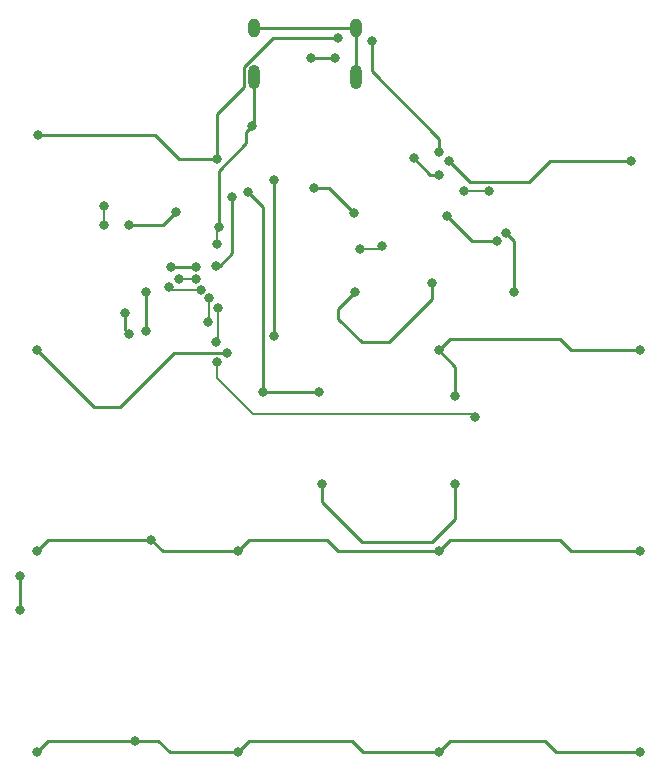
<source format=gbr>
%TF.GenerationSoftware,KiCad,Pcbnew,(6.0.4-0)*%
%TF.CreationDate,2023-01-14T23:55:11-06:00*%
%TF.ProjectId,kowgary16_cfx,6b6f7767-6172-4793-9136-5f6366782e6b,rev?*%
%TF.SameCoordinates,Original*%
%TF.FileFunction,Copper,L1,Top*%
%TF.FilePolarity,Positive*%
%FSLAX46Y46*%
G04 Gerber Fmt 4.6, Leading zero omitted, Abs format (unit mm)*
G04 Created by KiCad (PCBNEW (6.0.4-0)) date 2023-01-14 23:55:11*
%MOMM*%
%LPD*%
G01*
G04 APERTURE LIST*
%TA.AperFunction,ComponentPad*%
%ADD10O,1.000000X2.100000*%
%TD*%
%TA.AperFunction,ComponentPad*%
%ADD11O,1.000000X1.600000*%
%TD*%
%TA.AperFunction,ViaPad*%
%ADD12C,0.800000*%
%TD*%
%TA.AperFunction,Conductor*%
%ADD13C,0.200000*%
%TD*%
%TA.AperFunction,Conductor*%
%ADD14C,0.250000*%
%TD*%
G04 APERTURE END LIST*
D10*
%TO.P,J1,S1,SHIELD*%
%TO.N,GND*%
X106888281Y-20104992D03*
D11*
X106888281Y-15924992D03*
X115528281Y-15924992D03*
D10*
X115528281Y-20104992D03*
%TD*%
D12*
%TO.N,col2*%
X94208289Y-31037799D03*
X94208289Y-32583318D03*
%TO.N,col1*%
X87124959Y-62333304D03*
X87124959Y-65166636D03*
%TO.N,GND*%
X103800000Y-34224500D03*
X126791607Y-29749986D03*
X106760000Y-24220000D03*
X103900000Y-32775500D03*
X124666608Y-29749986D03*
%TO.N,Net-(B1-Pad2)*%
X117760089Y-34400000D03*
X115838365Y-34638365D03*
%TO.N,Net-(C2-Pad2)*%
X121934486Y-37521348D03*
X115474446Y-38249982D03*
%TO.N,+5V*%
X111938982Y-29500000D03*
X115400000Y-31614500D03*
X123249942Y-31874985D03*
X127499940Y-33999984D03*
%TO.N,row1*%
X114041613Y-16775500D03*
X123400000Y-27200000D03*
X116874945Y-16999992D03*
X122600000Y-26400000D03*
X88600000Y-25000000D03*
X103800000Y-27000000D03*
X138800000Y-27200000D03*
%TO.N,Net-(D3-Pad2)*%
X122541609Y-28333320D03*
X120416610Y-26916654D03*
%TO.N,row2*%
X106356406Y-29790789D03*
X122541609Y-43208313D03*
X112425408Y-46749978D03*
X107666616Y-46749978D03*
X123958275Y-47100980D03*
X88541625Y-43208313D03*
X139541601Y-43208313D03*
X123958275Y-54541641D03*
X112624947Y-54541641D03*
X104626176Y-43415420D03*
%TO.N,row3*%
X98208767Y-59250452D03*
X103703597Y-36061495D03*
X97749954Y-38249982D03*
X105049454Y-30220001D03*
X122541609Y-60208305D03*
X101999952Y-36124983D03*
X97749954Y-41574981D03*
X105541617Y-60208305D03*
X139541601Y-60208305D03*
X99874953Y-36124983D03*
X88541625Y-60208305D03*
%TO.N,row4*%
X122541609Y-77208297D03*
X95984531Y-40026225D03*
X96333288Y-32583318D03*
X88541625Y-77208297D03*
X96792101Y-76250444D03*
X105541617Y-77208297D03*
X139541601Y-77208297D03*
X100262268Y-31487670D03*
X96333288Y-41791647D03*
%TO.N,VBUS*%
X113750000Y-18500000D03*
X111750000Y-18500000D03*
%TO.N,col1*%
X100525500Y-37200000D03*
X101974500Y-37200000D03*
%TO.N,col2*%
X99735416Y-37812187D03*
X102397256Y-38105693D03*
%TO.N,col3*%
X103000000Y-40800000D03*
X108600000Y-42000000D03*
X103104011Y-38812449D03*
X108599945Y-28775500D03*
%TO.N,col4*%
X128208273Y-33291651D03*
X125600000Y-48899500D03*
X103887548Y-39595985D03*
X128916606Y-38249982D03*
X103705378Y-42494622D03*
X103800000Y-44200000D03*
%TD*%
D13*
%TO.N,col2*%
X94208289Y-32583318D02*
X94208289Y-31037799D01*
D14*
%TO.N,col1*%
X87124959Y-65166636D02*
X87124959Y-62333304D01*
D13*
%TO.N,GND*%
X103800000Y-32875500D02*
X103900000Y-32775500D01*
X103800000Y-34224500D02*
X103800000Y-32875500D01*
D14*
X106760000Y-24220000D02*
X106888281Y-24091719D01*
X106888281Y-15924992D02*
X115528281Y-15924992D01*
X106250934Y-25669011D02*
X106250934Y-24729066D01*
D13*
X124666608Y-29749986D02*
X126791607Y-29749986D01*
D14*
X106250934Y-25669011D02*
X103900000Y-28019945D01*
X106888281Y-24091719D02*
X106888281Y-20104992D01*
X106250934Y-24729066D02*
X106760000Y-24220000D01*
X115528281Y-15924992D02*
X115528281Y-20104992D01*
X103900000Y-28019945D02*
X103900000Y-32775500D01*
D13*
%TO.N,Net-(B1-Pad2)*%
X117521724Y-34638365D02*
X117760089Y-34400000D01*
X115838365Y-34638365D02*
X117521724Y-34638365D01*
X117560089Y-34600000D02*
X117760089Y-34400000D01*
D14*
%TO.N,Net-(C2-Pad2)*%
X114041613Y-40527331D02*
X116014262Y-42499980D01*
X118291611Y-42499980D02*
X121934486Y-38857105D01*
X115474446Y-38249982D02*
X114041613Y-39682815D01*
X121934486Y-38857105D02*
X121934486Y-37521348D01*
X114041613Y-39682815D02*
X114041613Y-40527331D01*
X116014262Y-42499980D02*
X118291611Y-42499980D01*
%TO.N,+5V*%
X125374941Y-33999984D02*
X123249942Y-31874985D01*
X113285500Y-29500000D02*
X111938982Y-29500000D01*
X127499940Y-33999984D02*
X125374941Y-33999984D01*
X115400000Y-31614500D02*
X113285500Y-29500000D01*
%TO.N,row1*%
X123400000Y-27200000D02*
X125199510Y-28999510D01*
X106063761Y-20953173D02*
X106063761Y-19213465D01*
X108501726Y-16775500D02*
X114041613Y-16775500D01*
X100545641Y-27000000D02*
X103800000Y-27000000D01*
X130200490Y-28999510D02*
X132000000Y-27200000D01*
X116874945Y-16999992D02*
X116874945Y-19607997D01*
X122600000Y-25333052D02*
X122600000Y-26400000D01*
X103800000Y-23216934D02*
X106063761Y-20953173D01*
X106063761Y-19213465D02*
X108501726Y-16775500D01*
X98545641Y-25000000D02*
X100545641Y-27000000D01*
X88600000Y-25000000D02*
X98545641Y-25000000D01*
X125199510Y-28999510D02*
X130200490Y-28999510D01*
X132000000Y-27200000D02*
X138800000Y-27200000D01*
X103800000Y-27000000D02*
X103800000Y-23216934D01*
X116874945Y-19607997D02*
X122600000Y-25333052D01*
%TO.N,Net-(D3-Pad2)*%
X121833276Y-28333320D02*
X122541609Y-28333320D01*
X120416610Y-26916654D02*
X121833276Y-28333320D01*
%TO.N,row2*%
X88541625Y-43208313D02*
X93368205Y-48034893D01*
X106356406Y-29790789D02*
X107666616Y-31100999D01*
X122541609Y-43208313D02*
X123958275Y-44624979D01*
X133753946Y-43208313D02*
X139541601Y-43208313D01*
X123958275Y-44624979D02*
X123958275Y-47100980D01*
X107666616Y-31100999D02*
X107666616Y-42499980D01*
X123958275Y-57524651D02*
X123958275Y-54541641D01*
X122541609Y-43208313D02*
X123499462Y-42250460D01*
X112624947Y-54541641D02*
X112624947Y-56079298D01*
X107666616Y-46749978D02*
X112425408Y-46749978D01*
X116029443Y-59483794D02*
X121999132Y-59483794D01*
X121999132Y-59483794D02*
X123958275Y-57524651D01*
X132796093Y-42250460D02*
X133753946Y-43208313D01*
X100133540Y-43415420D02*
X104626176Y-43415420D01*
X95514067Y-48034893D02*
X100133540Y-43415420D01*
X107666616Y-42499980D02*
X107666616Y-46749978D01*
X93368205Y-48034893D02*
X95514067Y-48034893D01*
X112624947Y-56079298D02*
X116029443Y-59483794D01*
X123499462Y-42250460D02*
X132796093Y-42250460D01*
%TO.N,row3*%
X98208767Y-59250452D02*
X99166620Y-60208305D01*
X122541609Y-60208305D02*
X123499462Y-59250452D01*
X103978325Y-36061495D02*
X103703597Y-36061495D01*
X132796093Y-59250452D02*
X133753946Y-60208305D01*
X106499470Y-59250452D02*
X113058296Y-59250452D01*
X105049454Y-30220001D02*
X105049454Y-34990366D01*
X89499478Y-59250452D02*
X98208767Y-59250452D01*
X101999952Y-36124983D02*
X99874953Y-36124983D01*
X105541617Y-60208305D02*
X106499470Y-59250452D01*
X88541625Y-60208305D02*
X89499478Y-59250452D01*
X99166620Y-60208305D02*
X105541617Y-60208305D01*
X97749954Y-38249982D02*
X97749954Y-41574981D01*
X114016149Y-60208305D02*
X122541609Y-60208305D01*
X123499462Y-59250452D02*
X132796093Y-59250452D01*
X113058296Y-59250452D02*
X114016149Y-60208305D01*
X133753946Y-60208305D02*
X139541601Y-60208305D01*
X105049454Y-34990366D02*
X103978325Y-36061495D01*
%TO.N,row4*%
X96792101Y-76250444D02*
X98796109Y-76250444D01*
X88541625Y-77208297D02*
X89499478Y-76250444D01*
X122541609Y-77208297D02*
X123499462Y-76250444D01*
X99166620Y-32583318D02*
X96333288Y-32583318D01*
X98796109Y-76250444D02*
X99753962Y-77208297D01*
X89499478Y-76250444D02*
X96792101Y-76250444D01*
X106499470Y-76250444D02*
X115208759Y-76250444D01*
X105541617Y-77208297D02*
X106499470Y-76250444D01*
X115208759Y-76250444D02*
X116166612Y-77208297D01*
X100262268Y-31487670D02*
X99166620Y-32583318D01*
X95984531Y-41442890D02*
X96333288Y-41791647D01*
X95984531Y-40026225D02*
X95984531Y-41442890D01*
X131500418Y-76250444D02*
X132458271Y-77208297D01*
X99753962Y-77208297D02*
X105541617Y-77208297D01*
X132458271Y-77208297D02*
X139541601Y-77208297D01*
X123499462Y-76250444D02*
X131500418Y-76250444D01*
X116166612Y-77208297D02*
X122541609Y-77208297D01*
%TO.N,VBUS*%
X111750000Y-18500000D02*
X113750000Y-18500000D01*
D13*
%TO.N,col1*%
X101974500Y-37200000D02*
X100525500Y-37200000D01*
%TO.N,col2*%
X100028922Y-38105693D02*
X99735416Y-37812187D01*
X102397256Y-38105693D02*
X100028922Y-38105693D01*
%TO.N,col3*%
X103104011Y-38812449D02*
X103104011Y-40695989D01*
D14*
X108599945Y-41999945D02*
X108600000Y-42000000D01*
X108599945Y-28775500D02*
X108599945Y-41999945D01*
D13*
X103104011Y-40695989D02*
X103000000Y-40800000D01*
%TO.N,col4*%
X103887548Y-42312452D02*
X103705378Y-42494622D01*
X106834513Y-48599519D02*
X125300019Y-48599519D01*
X125300019Y-48599519D02*
X125600000Y-48899500D01*
X103800000Y-44200000D02*
X103800000Y-45565006D01*
D14*
X128208273Y-33291651D02*
X128916606Y-33999984D01*
D13*
X103887548Y-39595985D02*
X103887548Y-42312452D01*
D14*
X128916606Y-33999984D02*
X128916606Y-38249982D01*
D13*
X103800000Y-45565006D02*
X106834513Y-48599519D01*
%TD*%
M02*

</source>
